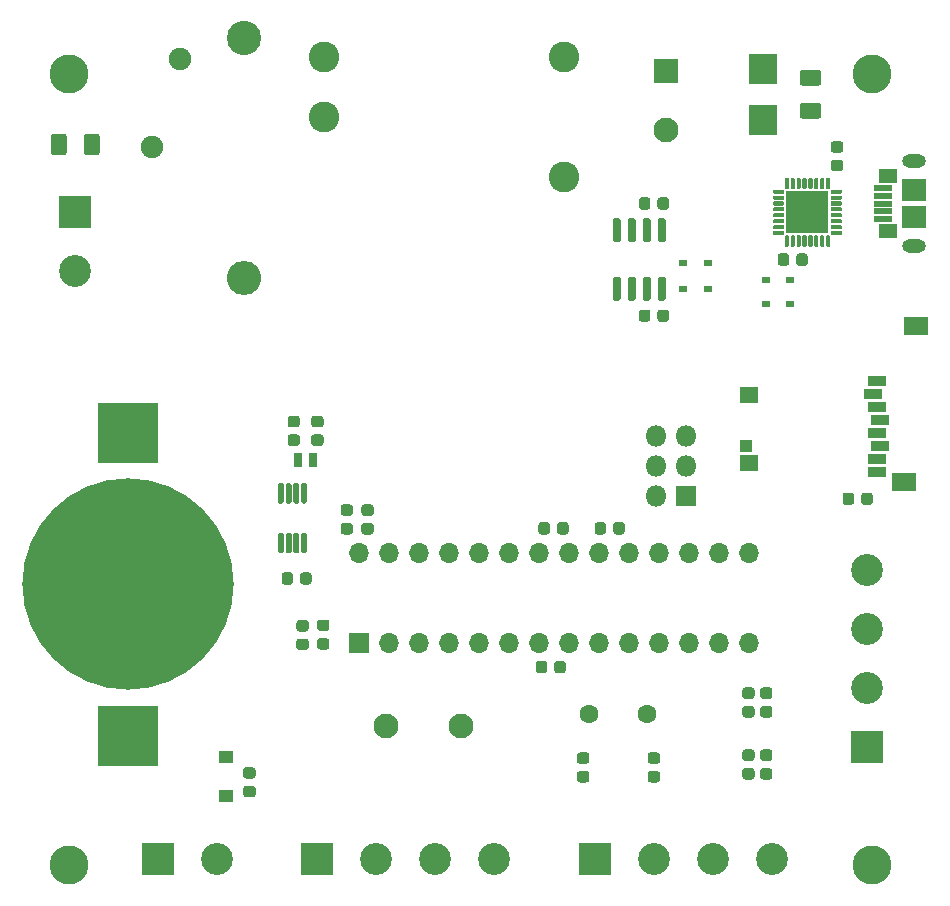
<source format=gbr>
%TF.GenerationSoftware,KiCad,Pcbnew,(5.1.6)-1*%
%TF.CreationDate,2021-11-18T16:20:29-08:00*%
%TF.ProjectId,well-monitor,77656c6c-2d6d-46f6-9e69-746f722e6b69,rev?*%
%TF.SameCoordinates,Original*%
%TF.FileFunction,Soldermask,Top*%
%TF.FilePolarity,Negative*%
%FSLAX46Y46*%
G04 Gerber Fmt 4.6, Leading zero omitted, Abs format (unit mm)*
G04 Created by KiCad (PCBNEW (5.1.6)-1) date 2021-11-18 16:20:29*
%MOMM*%
%LPD*%
G01*
G04 APERTURE LIST*
%ADD10O,2.900000X2.900000*%
%ADD11C,2.900000*%
%ADD12R,0.700000X0.550000*%
%ADD13C,3.300000*%
%ADD14R,1.550000X1.250000*%
%ADD15O,2.000000X1.150000*%
%ADD16R,2.000000X1.850000*%
%ADD17R,1.500000X0.500000*%
%ADD18C,2.700000*%
%ADD19R,2.700000X2.700000*%
%ADD20C,17.900000*%
%ADD21R,5.200000X5.200000*%
%ADD22C,1.900000*%
%ADD23R,2.400000X2.600000*%
%ADD24C,2.100000*%
%ADD25R,2.100000X2.100000*%
%ADD26C,1.600000*%
%ADD27R,0.700000X1.300000*%
%ADD28R,3.550000X3.550000*%
%ADD29C,2.600000*%
%ADD30R,1.598600X0.912800*%
%ADD31R,1.039800X1.090600*%
%ADD32R,1.497000X1.395400*%
%ADD33R,2.005000X1.497000*%
%ADD34O,1.800000X1.800000*%
%ADD35R,1.800000X1.800000*%
%ADD36R,1.300000X1.000000*%
%ADD37O,1.700000X1.700000*%
%ADD38R,1.700000X1.700000*%
G04 APERTURE END LIST*
%TO.C,R7*%
G36*
G01*
X158718750Y-107800000D02*
X159281250Y-107800000D01*
G75*
G02*
X159525000Y-108043750I0J-243750D01*
G01*
X159525000Y-108531250D01*
G75*
G02*
X159281250Y-108775000I-243750J0D01*
G01*
X158718750Y-108775000D01*
G75*
G02*
X158475000Y-108531250I0J243750D01*
G01*
X158475000Y-108043750D01*
G75*
G02*
X158718750Y-107800000I243750J0D01*
G01*
G37*
G36*
G01*
X158718750Y-106225000D02*
X159281250Y-106225000D01*
G75*
G02*
X159525000Y-106468750I0J-243750D01*
G01*
X159525000Y-106956250D01*
G75*
G02*
X159281250Y-107200000I-243750J0D01*
G01*
X158718750Y-107200000D01*
G75*
G02*
X158475000Y-106956250I0J243750D01*
G01*
X158475000Y-106468750D01*
G75*
G02*
X158718750Y-106225000I243750J0D01*
G01*
G37*
%TD*%
%TO.C,D8*%
G36*
G01*
X157781250Y-107200000D02*
X157218750Y-107200000D01*
G75*
G02*
X156975000Y-106956250I0J243750D01*
G01*
X156975000Y-106468750D01*
G75*
G02*
X157218750Y-106225000I243750J0D01*
G01*
X157781250Y-106225000D01*
G75*
G02*
X158025000Y-106468750I0J-243750D01*
G01*
X158025000Y-106956250D01*
G75*
G02*
X157781250Y-107200000I-243750J0D01*
G01*
G37*
G36*
G01*
X157781250Y-108775000D02*
X157218750Y-108775000D01*
G75*
G02*
X156975000Y-108531250I0J243750D01*
G01*
X156975000Y-108043750D01*
G75*
G02*
X157218750Y-107800000I243750J0D01*
G01*
X157781250Y-107800000D01*
G75*
G02*
X158025000Y-108043750I0J-243750D01*
G01*
X158025000Y-108531250D01*
G75*
G02*
X157781250Y-108775000I-243750J0D01*
G01*
G37*
%TD*%
D10*
%TO.C,R6*%
X114750000Y-66320000D03*
D11*
X114750000Y-46000000D03*
%TD*%
%TO.C,U5*%
G36*
G01*
X119747512Y-87900000D02*
X119997512Y-87900000D01*
G75*
G02*
X120122512Y-88025000I0J-125000D01*
G01*
X120122512Y-89500000D01*
G75*
G02*
X119997512Y-89625000I-125000J0D01*
G01*
X119747512Y-89625000D01*
G75*
G02*
X119622512Y-89500000I0J125000D01*
G01*
X119622512Y-88025000D01*
G75*
G02*
X119747512Y-87900000I125000J0D01*
G01*
G37*
G36*
G01*
X119097512Y-87900000D02*
X119347512Y-87900000D01*
G75*
G02*
X119472512Y-88025000I0J-125000D01*
G01*
X119472512Y-89500000D01*
G75*
G02*
X119347512Y-89625000I-125000J0D01*
G01*
X119097512Y-89625000D01*
G75*
G02*
X118972512Y-89500000I0J125000D01*
G01*
X118972512Y-88025000D01*
G75*
G02*
X119097512Y-87900000I125000J0D01*
G01*
G37*
G36*
G01*
X118447512Y-87900000D02*
X118697512Y-87900000D01*
G75*
G02*
X118822512Y-88025000I0J-125000D01*
G01*
X118822512Y-89500000D01*
G75*
G02*
X118697512Y-89625000I-125000J0D01*
G01*
X118447512Y-89625000D01*
G75*
G02*
X118322512Y-89500000I0J125000D01*
G01*
X118322512Y-88025000D01*
G75*
G02*
X118447512Y-87900000I125000J0D01*
G01*
G37*
G36*
G01*
X117797512Y-87900000D02*
X118047512Y-87900000D01*
G75*
G02*
X118172512Y-88025000I0J-125000D01*
G01*
X118172512Y-89500000D01*
G75*
G02*
X118047512Y-89625000I-125000J0D01*
G01*
X117797512Y-89625000D01*
G75*
G02*
X117672512Y-89500000I0J125000D01*
G01*
X117672512Y-88025000D01*
G75*
G02*
X117797512Y-87900000I125000J0D01*
G01*
G37*
G36*
G01*
X117797512Y-83675000D02*
X118047512Y-83675000D01*
G75*
G02*
X118172512Y-83800000I0J-125000D01*
G01*
X118172512Y-85275000D01*
G75*
G02*
X118047512Y-85400000I-125000J0D01*
G01*
X117797512Y-85400000D01*
G75*
G02*
X117672512Y-85275000I0J125000D01*
G01*
X117672512Y-83800000D01*
G75*
G02*
X117797512Y-83675000I125000J0D01*
G01*
G37*
G36*
G01*
X118447512Y-83675000D02*
X118697512Y-83675000D01*
G75*
G02*
X118822512Y-83800000I0J-125000D01*
G01*
X118822512Y-85275000D01*
G75*
G02*
X118697512Y-85400000I-125000J0D01*
G01*
X118447512Y-85400000D01*
G75*
G02*
X118322512Y-85275000I0J125000D01*
G01*
X118322512Y-83800000D01*
G75*
G02*
X118447512Y-83675000I125000J0D01*
G01*
G37*
G36*
G01*
X119097512Y-83675000D02*
X119347512Y-83675000D01*
G75*
G02*
X119472512Y-83800000I0J-125000D01*
G01*
X119472512Y-85275000D01*
G75*
G02*
X119347512Y-85400000I-125000J0D01*
G01*
X119097512Y-85400000D01*
G75*
G02*
X118972512Y-85275000I0J125000D01*
G01*
X118972512Y-83800000D01*
G75*
G02*
X119097512Y-83675000I125000J0D01*
G01*
G37*
G36*
G01*
X119747512Y-83675000D02*
X119997512Y-83675000D01*
G75*
G02*
X120122512Y-83800000I0J-125000D01*
G01*
X120122512Y-85275000D01*
G75*
G02*
X119997512Y-85400000I-125000J0D01*
G01*
X119747512Y-85400000D01*
G75*
G02*
X119622512Y-85275000I0J125000D01*
G01*
X119622512Y-83800000D01*
G75*
G02*
X119747512Y-83675000I125000J0D01*
G01*
G37*
%TD*%
D12*
%TO.C,D7*%
X161050000Y-66500000D03*
X158950000Y-66500000D03*
%TD*%
%TO.C,D6*%
X161050000Y-68500000D03*
X158950000Y-68500000D03*
%TD*%
%TO.C,C15*%
G36*
G01*
X162095000Y-51475000D02*
X163405000Y-51475000D01*
G75*
G02*
X163675000Y-51745000I0J-270000D01*
G01*
X163675000Y-52555000D01*
G75*
G02*
X163405000Y-52825000I-270000J0D01*
G01*
X162095000Y-52825000D01*
G75*
G02*
X161825000Y-52555000I0J270000D01*
G01*
X161825000Y-51745000D01*
G75*
G02*
X162095000Y-51475000I270000J0D01*
G01*
G37*
G36*
G01*
X162095000Y-48675000D02*
X163405000Y-48675000D01*
G75*
G02*
X163675000Y-48945000I0J-270000D01*
G01*
X163675000Y-49755000D01*
G75*
G02*
X163405000Y-50025000I-270000J0D01*
G01*
X162095000Y-50025000D01*
G75*
G02*
X161825000Y-49755000I0J270000D01*
G01*
X161825000Y-48945000D01*
G75*
G02*
X162095000Y-48675000I270000J0D01*
G01*
G37*
%TD*%
D13*
%TO.C,H4*%
X100000000Y-116000000D03*
%TD*%
%TO.C,H3*%
X168000000Y-116000000D03*
%TD*%
%TO.C,H2*%
X168000000Y-49000000D03*
%TD*%
%TO.C,H1*%
X100000000Y-49000000D03*
%TD*%
D14*
%TO.C,J6*%
X169320000Y-62320000D03*
X169320000Y-57680000D03*
D15*
X171550000Y-56425000D03*
X171550000Y-63575000D03*
D16*
X171550000Y-61125000D03*
D17*
X168900000Y-60000000D03*
X168900000Y-59350000D03*
X168900000Y-58700000D03*
X168900000Y-61300000D03*
X168900000Y-60650000D03*
D16*
X171550000Y-58875000D03*
%TD*%
D18*
%TO.C,J8*%
X112500000Y-115500000D03*
D19*
X107500000Y-115500000D03*
%TD*%
D18*
%TO.C,J5*%
X100500000Y-65750000D03*
D19*
X100500000Y-60750000D03*
%TD*%
D18*
%TO.C,J3*%
X159500000Y-115500000D03*
X154500000Y-115500000D03*
X149500000Y-115500000D03*
D19*
X144500000Y-115500000D03*
%TD*%
D18*
%TO.C,J2*%
X136000000Y-115500000D03*
X131000000Y-115500000D03*
X126000000Y-115500000D03*
D19*
X121000000Y-115500000D03*
%TD*%
D18*
%TO.C,J1*%
X167500000Y-91000000D03*
X167500000Y-96000000D03*
X167500000Y-101000000D03*
D19*
X167500000Y-106000000D03*
%TD*%
D20*
%TO.C,BT1*%
X105000000Y-92250000D03*
D21*
X105000000Y-105050000D03*
X105000000Y-79450000D03*
%TD*%
D22*
%TO.C,RV1*%
X109400000Y-47750000D03*
X107000000Y-55250000D03*
%TD*%
D23*
%TO.C,D5*%
X158750000Y-52900000D03*
X158750000Y-48600000D03*
%TD*%
D24*
%TO.C,C16*%
X150500000Y-53750000D03*
D25*
X150500000Y-48750000D03*
%TD*%
D26*
%TO.C,Y2*%
X148880000Y-103250000D03*
X144000000Y-103250000D03*
%TD*%
D27*
%TO.C,Y1*%
X119400000Y-81750000D03*
X120600000Y-81750000D03*
%TD*%
%TO.C,U4*%
G36*
G01*
X149980000Y-66200000D02*
X150330000Y-66200000D01*
G75*
G02*
X150505000Y-66375000I0J-175000D01*
G01*
X150505000Y-68075000D01*
G75*
G02*
X150330000Y-68250000I-175000J0D01*
G01*
X149980000Y-68250000D01*
G75*
G02*
X149805000Y-68075000I0J175000D01*
G01*
X149805000Y-66375000D01*
G75*
G02*
X149980000Y-66200000I175000J0D01*
G01*
G37*
G36*
G01*
X148710000Y-66200000D02*
X149060000Y-66200000D01*
G75*
G02*
X149235000Y-66375000I0J-175000D01*
G01*
X149235000Y-68075000D01*
G75*
G02*
X149060000Y-68250000I-175000J0D01*
G01*
X148710000Y-68250000D01*
G75*
G02*
X148535000Y-68075000I0J175000D01*
G01*
X148535000Y-66375000D01*
G75*
G02*
X148710000Y-66200000I175000J0D01*
G01*
G37*
G36*
G01*
X147440000Y-66200000D02*
X147790000Y-66200000D01*
G75*
G02*
X147965000Y-66375000I0J-175000D01*
G01*
X147965000Y-68075000D01*
G75*
G02*
X147790000Y-68250000I-175000J0D01*
G01*
X147440000Y-68250000D01*
G75*
G02*
X147265000Y-68075000I0J175000D01*
G01*
X147265000Y-66375000D01*
G75*
G02*
X147440000Y-66200000I175000J0D01*
G01*
G37*
G36*
G01*
X146170000Y-66200000D02*
X146520000Y-66200000D01*
G75*
G02*
X146695000Y-66375000I0J-175000D01*
G01*
X146695000Y-68075000D01*
G75*
G02*
X146520000Y-68250000I-175000J0D01*
G01*
X146170000Y-68250000D01*
G75*
G02*
X145995000Y-68075000I0J175000D01*
G01*
X145995000Y-66375000D01*
G75*
G02*
X146170000Y-66200000I175000J0D01*
G01*
G37*
G36*
G01*
X146170000Y-61250000D02*
X146520000Y-61250000D01*
G75*
G02*
X146695000Y-61425000I0J-175000D01*
G01*
X146695000Y-63125000D01*
G75*
G02*
X146520000Y-63300000I-175000J0D01*
G01*
X146170000Y-63300000D01*
G75*
G02*
X145995000Y-63125000I0J175000D01*
G01*
X145995000Y-61425000D01*
G75*
G02*
X146170000Y-61250000I175000J0D01*
G01*
G37*
G36*
G01*
X147440000Y-61250000D02*
X147790000Y-61250000D01*
G75*
G02*
X147965000Y-61425000I0J-175000D01*
G01*
X147965000Y-63125000D01*
G75*
G02*
X147790000Y-63300000I-175000J0D01*
G01*
X147440000Y-63300000D01*
G75*
G02*
X147265000Y-63125000I0J175000D01*
G01*
X147265000Y-61425000D01*
G75*
G02*
X147440000Y-61250000I175000J0D01*
G01*
G37*
G36*
G01*
X148710000Y-61250000D02*
X149060000Y-61250000D01*
G75*
G02*
X149235000Y-61425000I0J-175000D01*
G01*
X149235000Y-63125000D01*
G75*
G02*
X149060000Y-63300000I-175000J0D01*
G01*
X148710000Y-63300000D01*
G75*
G02*
X148535000Y-63125000I0J175000D01*
G01*
X148535000Y-61425000D01*
G75*
G02*
X148710000Y-61250000I175000J0D01*
G01*
G37*
G36*
G01*
X149980000Y-61250000D02*
X150330000Y-61250000D01*
G75*
G02*
X150505000Y-61425000I0J-175000D01*
G01*
X150505000Y-63125000D01*
G75*
G02*
X150330000Y-63300000I-175000J0D01*
G01*
X149980000Y-63300000D01*
G75*
G02*
X149805000Y-63125000I0J175000D01*
G01*
X149805000Y-61425000D01*
G75*
G02*
X149980000Y-61250000I175000J0D01*
G01*
G37*
%TD*%
D28*
%TO.C,U3*%
X162500000Y-60750000D03*
G36*
G01*
X160462500Y-62675000D02*
X159662500Y-62675000D01*
G75*
G02*
X159575000Y-62587500I0J87500D01*
G01*
X159575000Y-62412500D01*
G75*
G02*
X159662500Y-62325000I87500J0D01*
G01*
X160462500Y-62325000D01*
G75*
G02*
X160550000Y-62412500I0J-87500D01*
G01*
X160550000Y-62587500D01*
G75*
G02*
X160462500Y-62675000I-87500J0D01*
G01*
G37*
G36*
G01*
X160462500Y-62175000D02*
X159662500Y-62175000D01*
G75*
G02*
X159575000Y-62087500I0J87500D01*
G01*
X159575000Y-61912500D01*
G75*
G02*
X159662500Y-61825000I87500J0D01*
G01*
X160462500Y-61825000D01*
G75*
G02*
X160550000Y-61912500I0J-87500D01*
G01*
X160550000Y-62087500D01*
G75*
G02*
X160462500Y-62175000I-87500J0D01*
G01*
G37*
G36*
G01*
X160462500Y-61675000D02*
X159662500Y-61675000D01*
G75*
G02*
X159575000Y-61587500I0J87500D01*
G01*
X159575000Y-61412500D01*
G75*
G02*
X159662500Y-61325000I87500J0D01*
G01*
X160462500Y-61325000D01*
G75*
G02*
X160550000Y-61412500I0J-87500D01*
G01*
X160550000Y-61587500D01*
G75*
G02*
X160462500Y-61675000I-87500J0D01*
G01*
G37*
G36*
G01*
X160462500Y-61175000D02*
X159662500Y-61175000D01*
G75*
G02*
X159575000Y-61087500I0J87500D01*
G01*
X159575000Y-60912500D01*
G75*
G02*
X159662500Y-60825000I87500J0D01*
G01*
X160462500Y-60825000D01*
G75*
G02*
X160550000Y-60912500I0J-87500D01*
G01*
X160550000Y-61087500D01*
G75*
G02*
X160462500Y-61175000I-87500J0D01*
G01*
G37*
G36*
G01*
X160462500Y-60675000D02*
X159662500Y-60675000D01*
G75*
G02*
X159575000Y-60587500I0J87500D01*
G01*
X159575000Y-60412500D01*
G75*
G02*
X159662500Y-60325000I87500J0D01*
G01*
X160462500Y-60325000D01*
G75*
G02*
X160550000Y-60412500I0J-87500D01*
G01*
X160550000Y-60587500D01*
G75*
G02*
X160462500Y-60675000I-87500J0D01*
G01*
G37*
G36*
G01*
X160462500Y-60175000D02*
X159662500Y-60175000D01*
G75*
G02*
X159575000Y-60087500I0J87500D01*
G01*
X159575000Y-59912500D01*
G75*
G02*
X159662500Y-59825000I87500J0D01*
G01*
X160462500Y-59825000D01*
G75*
G02*
X160550000Y-59912500I0J-87500D01*
G01*
X160550000Y-60087500D01*
G75*
G02*
X160462500Y-60175000I-87500J0D01*
G01*
G37*
G36*
G01*
X160462500Y-59675000D02*
X159662500Y-59675000D01*
G75*
G02*
X159575000Y-59587500I0J87500D01*
G01*
X159575000Y-59412500D01*
G75*
G02*
X159662500Y-59325000I87500J0D01*
G01*
X160462500Y-59325000D01*
G75*
G02*
X160550000Y-59412500I0J-87500D01*
G01*
X160550000Y-59587500D01*
G75*
G02*
X160462500Y-59675000I-87500J0D01*
G01*
G37*
G36*
G01*
X160462500Y-59175000D02*
X159662500Y-59175000D01*
G75*
G02*
X159575000Y-59087500I0J87500D01*
G01*
X159575000Y-58912500D01*
G75*
G02*
X159662500Y-58825000I87500J0D01*
G01*
X160462500Y-58825000D01*
G75*
G02*
X160550000Y-58912500I0J-87500D01*
G01*
X160550000Y-59087500D01*
G75*
G02*
X160462500Y-59175000I-87500J0D01*
G01*
G37*
G36*
G01*
X160837500Y-58800000D02*
X160662500Y-58800000D01*
G75*
G02*
X160575000Y-58712500I0J87500D01*
G01*
X160575000Y-57912500D01*
G75*
G02*
X160662500Y-57825000I87500J0D01*
G01*
X160837500Y-57825000D01*
G75*
G02*
X160925000Y-57912500I0J-87500D01*
G01*
X160925000Y-58712500D01*
G75*
G02*
X160837500Y-58800000I-87500J0D01*
G01*
G37*
G36*
G01*
X161337500Y-58800000D02*
X161162500Y-58800000D01*
G75*
G02*
X161075000Y-58712500I0J87500D01*
G01*
X161075000Y-57912500D01*
G75*
G02*
X161162500Y-57825000I87500J0D01*
G01*
X161337500Y-57825000D01*
G75*
G02*
X161425000Y-57912500I0J-87500D01*
G01*
X161425000Y-58712500D01*
G75*
G02*
X161337500Y-58800000I-87500J0D01*
G01*
G37*
G36*
G01*
X161837500Y-58800000D02*
X161662500Y-58800000D01*
G75*
G02*
X161575000Y-58712500I0J87500D01*
G01*
X161575000Y-57912500D01*
G75*
G02*
X161662500Y-57825000I87500J0D01*
G01*
X161837500Y-57825000D01*
G75*
G02*
X161925000Y-57912500I0J-87500D01*
G01*
X161925000Y-58712500D01*
G75*
G02*
X161837500Y-58800000I-87500J0D01*
G01*
G37*
G36*
G01*
X162337500Y-58800000D02*
X162162500Y-58800000D01*
G75*
G02*
X162075000Y-58712500I0J87500D01*
G01*
X162075000Y-57912500D01*
G75*
G02*
X162162500Y-57825000I87500J0D01*
G01*
X162337500Y-57825000D01*
G75*
G02*
X162425000Y-57912500I0J-87500D01*
G01*
X162425000Y-58712500D01*
G75*
G02*
X162337500Y-58800000I-87500J0D01*
G01*
G37*
G36*
G01*
X162837500Y-58800000D02*
X162662500Y-58800000D01*
G75*
G02*
X162575000Y-58712500I0J87500D01*
G01*
X162575000Y-57912500D01*
G75*
G02*
X162662500Y-57825000I87500J0D01*
G01*
X162837500Y-57825000D01*
G75*
G02*
X162925000Y-57912500I0J-87500D01*
G01*
X162925000Y-58712500D01*
G75*
G02*
X162837500Y-58800000I-87500J0D01*
G01*
G37*
G36*
G01*
X163337500Y-58800000D02*
X163162500Y-58800000D01*
G75*
G02*
X163075000Y-58712500I0J87500D01*
G01*
X163075000Y-57912500D01*
G75*
G02*
X163162500Y-57825000I87500J0D01*
G01*
X163337500Y-57825000D01*
G75*
G02*
X163425000Y-57912500I0J-87500D01*
G01*
X163425000Y-58712500D01*
G75*
G02*
X163337500Y-58800000I-87500J0D01*
G01*
G37*
G36*
G01*
X163837500Y-58800000D02*
X163662500Y-58800000D01*
G75*
G02*
X163575000Y-58712500I0J87500D01*
G01*
X163575000Y-57912500D01*
G75*
G02*
X163662500Y-57825000I87500J0D01*
G01*
X163837500Y-57825000D01*
G75*
G02*
X163925000Y-57912500I0J-87500D01*
G01*
X163925000Y-58712500D01*
G75*
G02*
X163837500Y-58800000I-87500J0D01*
G01*
G37*
G36*
G01*
X164337500Y-58800000D02*
X164162500Y-58800000D01*
G75*
G02*
X164075000Y-58712500I0J87500D01*
G01*
X164075000Y-57912500D01*
G75*
G02*
X164162500Y-57825000I87500J0D01*
G01*
X164337500Y-57825000D01*
G75*
G02*
X164425000Y-57912500I0J-87500D01*
G01*
X164425000Y-58712500D01*
G75*
G02*
X164337500Y-58800000I-87500J0D01*
G01*
G37*
G36*
G01*
X165337500Y-59175000D02*
X164537500Y-59175000D01*
G75*
G02*
X164450000Y-59087500I0J87500D01*
G01*
X164450000Y-58912500D01*
G75*
G02*
X164537500Y-58825000I87500J0D01*
G01*
X165337500Y-58825000D01*
G75*
G02*
X165425000Y-58912500I0J-87500D01*
G01*
X165425000Y-59087500D01*
G75*
G02*
X165337500Y-59175000I-87500J0D01*
G01*
G37*
G36*
G01*
X165337500Y-59675000D02*
X164537500Y-59675000D01*
G75*
G02*
X164450000Y-59587500I0J87500D01*
G01*
X164450000Y-59412500D01*
G75*
G02*
X164537500Y-59325000I87500J0D01*
G01*
X165337500Y-59325000D01*
G75*
G02*
X165425000Y-59412500I0J-87500D01*
G01*
X165425000Y-59587500D01*
G75*
G02*
X165337500Y-59675000I-87500J0D01*
G01*
G37*
G36*
G01*
X165337500Y-60175000D02*
X164537500Y-60175000D01*
G75*
G02*
X164450000Y-60087500I0J87500D01*
G01*
X164450000Y-59912500D01*
G75*
G02*
X164537500Y-59825000I87500J0D01*
G01*
X165337500Y-59825000D01*
G75*
G02*
X165425000Y-59912500I0J-87500D01*
G01*
X165425000Y-60087500D01*
G75*
G02*
X165337500Y-60175000I-87500J0D01*
G01*
G37*
G36*
G01*
X165337500Y-60675000D02*
X164537500Y-60675000D01*
G75*
G02*
X164450000Y-60587500I0J87500D01*
G01*
X164450000Y-60412500D01*
G75*
G02*
X164537500Y-60325000I87500J0D01*
G01*
X165337500Y-60325000D01*
G75*
G02*
X165425000Y-60412500I0J-87500D01*
G01*
X165425000Y-60587500D01*
G75*
G02*
X165337500Y-60675000I-87500J0D01*
G01*
G37*
G36*
G01*
X165337500Y-61175000D02*
X164537500Y-61175000D01*
G75*
G02*
X164450000Y-61087500I0J87500D01*
G01*
X164450000Y-60912500D01*
G75*
G02*
X164537500Y-60825000I87500J0D01*
G01*
X165337500Y-60825000D01*
G75*
G02*
X165425000Y-60912500I0J-87500D01*
G01*
X165425000Y-61087500D01*
G75*
G02*
X165337500Y-61175000I-87500J0D01*
G01*
G37*
G36*
G01*
X165337500Y-61675000D02*
X164537500Y-61675000D01*
G75*
G02*
X164450000Y-61587500I0J87500D01*
G01*
X164450000Y-61412500D01*
G75*
G02*
X164537500Y-61325000I87500J0D01*
G01*
X165337500Y-61325000D01*
G75*
G02*
X165425000Y-61412500I0J-87500D01*
G01*
X165425000Y-61587500D01*
G75*
G02*
X165337500Y-61675000I-87500J0D01*
G01*
G37*
G36*
G01*
X165337500Y-62175000D02*
X164537500Y-62175000D01*
G75*
G02*
X164450000Y-62087500I0J87500D01*
G01*
X164450000Y-61912500D01*
G75*
G02*
X164537500Y-61825000I87500J0D01*
G01*
X165337500Y-61825000D01*
G75*
G02*
X165425000Y-61912500I0J-87500D01*
G01*
X165425000Y-62087500D01*
G75*
G02*
X165337500Y-62175000I-87500J0D01*
G01*
G37*
G36*
G01*
X165337500Y-62675000D02*
X164537500Y-62675000D01*
G75*
G02*
X164450000Y-62587500I0J87500D01*
G01*
X164450000Y-62412500D01*
G75*
G02*
X164537500Y-62325000I87500J0D01*
G01*
X165337500Y-62325000D01*
G75*
G02*
X165425000Y-62412500I0J-87500D01*
G01*
X165425000Y-62587500D01*
G75*
G02*
X165337500Y-62675000I-87500J0D01*
G01*
G37*
G36*
G01*
X164337500Y-63675000D02*
X164162500Y-63675000D01*
G75*
G02*
X164075000Y-63587500I0J87500D01*
G01*
X164075000Y-62787500D01*
G75*
G02*
X164162500Y-62700000I87500J0D01*
G01*
X164337500Y-62700000D01*
G75*
G02*
X164425000Y-62787500I0J-87500D01*
G01*
X164425000Y-63587500D01*
G75*
G02*
X164337500Y-63675000I-87500J0D01*
G01*
G37*
G36*
G01*
X163837500Y-63675000D02*
X163662500Y-63675000D01*
G75*
G02*
X163575000Y-63587500I0J87500D01*
G01*
X163575000Y-62787500D01*
G75*
G02*
X163662500Y-62700000I87500J0D01*
G01*
X163837500Y-62700000D01*
G75*
G02*
X163925000Y-62787500I0J-87500D01*
G01*
X163925000Y-63587500D01*
G75*
G02*
X163837500Y-63675000I-87500J0D01*
G01*
G37*
G36*
G01*
X163337500Y-63675000D02*
X163162500Y-63675000D01*
G75*
G02*
X163075000Y-63587500I0J87500D01*
G01*
X163075000Y-62787500D01*
G75*
G02*
X163162500Y-62700000I87500J0D01*
G01*
X163337500Y-62700000D01*
G75*
G02*
X163425000Y-62787500I0J-87500D01*
G01*
X163425000Y-63587500D01*
G75*
G02*
X163337500Y-63675000I-87500J0D01*
G01*
G37*
G36*
G01*
X162837500Y-63675000D02*
X162662500Y-63675000D01*
G75*
G02*
X162575000Y-63587500I0J87500D01*
G01*
X162575000Y-62787500D01*
G75*
G02*
X162662500Y-62700000I87500J0D01*
G01*
X162837500Y-62700000D01*
G75*
G02*
X162925000Y-62787500I0J-87500D01*
G01*
X162925000Y-63587500D01*
G75*
G02*
X162837500Y-63675000I-87500J0D01*
G01*
G37*
G36*
G01*
X162337500Y-63675000D02*
X162162500Y-63675000D01*
G75*
G02*
X162075000Y-63587500I0J87500D01*
G01*
X162075000Y-62787500D01*
G75*
G02*
X162162500Y-62700000I87500J0D01*
G01*
X162337500Y-62700000D01*
G75*
G02*
X162425000Y-62787500I0J-87500D01*
G01*
X162425000Y-63587500D01*
G75*
G02*
X162337500Y-63675000I-87500J0D01*
G01*
G37*
G36*
G01*
X161837500Y-63675000D02*
X161662500Y-63675000D01*
G75*
G02*
X161575000Y-63587500I0J87500D01*
G01*
X161575000Y-62787500D01*
G75*
G02*
X161662500Y-62700000I87500J0D01*
G01*
X161837500Y-62700000D01*
G75*
G02*
X161925000Y-62787500I0J-87500D01*
G01*
X161925000Y-63587500D01*
G75*
G02*
X161837500Y-63675000I-87500J0D01*
G01*
G37*
G36*
G01*
X161337500Y-63675000D02*
X161162500Y-63675000D01*
G75*
G02*
X161075000Y-63587500I0J87500D01*
G01*
X161075000Y-62787500D01*
G75*
G02*
X161162500Y-62700000I87500J0D01*
G01*
X161337500Y-62700000D01*
G75*
G02*
X161425000Y-62787500I0J-87500D01*
G01*
X161425000Y-63587500D01*
G75*
G02*
X161337500Y-63675000I-87500J0D01*
G01*
G37*
G36*
G01*
X160837500Y-63675000D02*
X160662500Y-63675000D01*
G75*
G02*
X160575000Y-63587500I0J87500D01*
G01*
X160575000Y-62787500D01*
G75*
G02*
X160662500Y-62700000I87500J0D01*
G01*
X160837500Y-62700000D01*
G75*
G02*
X160925000Y-62787500I0J-87500D01*
G01*
X160925000Y-63587500D01*
G75*
G02*
X160837500Y-63675000I-87500J0D01*
G01*
G37*
%TD*%
D29*
%TO.C,U2*%
X141910000Y-47590000D03*
X121590000Y-52670000D03*
X121590000Y-47590000D03*
X141910000Y-57750000D03*
%TD*%
D24*
%TO.C,SW1*%
X133200000Y-104250000D03*
X126800000Y-104250000D03*
%TD*%
%TO.C,R5*%
G36*
G01*
X158718750Y-102550000D02*
X159281250Y-102550000D01*
G75*
G02*
X159525000Y-102793750I0J-243750D01*
G01*
X159525000Y-103281250D01*
G75*
G02*
X159281250Y-103525000I-243750J0D01*
G01*
X158718750Y-103525000D01*
G75*
G02*
X158475000Y-103281250I0J243750D01*
G01*
X158475000Y-102793750D01*
G75*
G02*
X158718750Y-102550000I243750J0D01*
G01*
G37*
G36*
G01*
X158718750Y-100975000D02*
X159281250Y-100975000D01*
G75*
G02*
X159525000Y-101218750I0J-243750D01*
G01*
X159525000Y-101706250D01*
G75*
G02*
X159281250Y-101950000I-243750J0D01*
G01*
X158718750Y-101950000D01*
G75*
G02*
X158475000Y-101706250I0J243750D01*
G01*
X158475000Y-101218750D01*
G75*
G02*
X158718750Y-100975000I243750J0D01*
G01*
G37*
%TD*%
%TO.C,R4*%
G36*
G01*
X123218750Y-87050000D02*
X123781250Y-87050000D01*
G75*
G02*
X124025000Y-87293750I0J-243750D01*
G01*
X124025000Y-87781250D01*
G75*
G02*
X123781250Y-88025000I-243750J0D01*
G01*
X123218750Y-88025000D01*
G75*
G02*
X122975000Y-87781250I0J243750D01*
G01*
X122975000Y-87293750D01*
G75*
G02*
X123218750Y-87050000I243750J0D01*
G01*
G37*
G36*
G01*
X123218750Y-85475000D02*
X123781250Y-85475000D01*
G75*
G02*
X124025000Y-85718750I0J-243750D01*
G01*
X124025000Y-86206250D01*
G75*
G02*
X123781250Y-86450000I-243750J0D01*
G01*
X123218750Y-86450000D01*
G75*
G02*
X122975000Y-86206250I0J243750D01*
G01*
X122975000Y-85718750D01*
G75*
G02*
X123218750Y-85475000I243750J0D01*
G01*
G37*
%TD*%
%TO.C,R3*%
G36*
G01*
X125531250Y-86450000D02*
X124968750Y-86450000D01*
G75*
G02*
X124725000Y-86206250I0J243750D01*
G01*
X124725000Y-85718750D01*
G75*
G02*
X124968750Y-85475000I243750J0D01*
G01*
X125531250Y-85475000D01*
G75*
G02*
X125775000Y-85718750I0J-243750D01*
G01*
X125775000Y-86206250D01*
G75*
G02*
X125531250Y-86450000I-243750J0D01*
G01*
G37*
G36*
G01*
X125531250Y-88025000D02*
X124968750Y-88025000D01*
G75*
G02*
X124725000Y-87781250I0J243750D01*
G01*
X124725000Y-87293750D01*
G75*
G02*
X124968750Y-87050000I243750J0D01*
G01*
X125531250Y-87050000D01*
G75*
G02*
X125775000Y-87293750I0J-243750D01*
G01*
X125775000Y-87781250D01*
G75*
G02*
X125531250Y-88025000I-243750J0D01*
G01*
G37*
%TD*%
%TO.C,R2*%
G36*
G01*
X119468750Y-96837500D02*
X120031250Y-96837500D01*
G75*
G02*
X120275000Y-97081250I0J-243750D01*
G01*
X120275000Y-97568750D01*
G75*
G02*
X120031250Y-97812500I-243750J0D01*
G01*
X119468750Y-97812500D01*
G75*
G02*
X119225000Y-97568750I0J243750D01*
G01*
X119225000Y-97081250D01*
G75*
G02*
X119468750Y-96837500I243750J0D01*
G01*
G37*
G36*
G01*
X119468750Y-95262500D02*
X120031250Y-95262500D01*
G75*
G02*
X120275000Y-95506250I0J-243750D01*
G01*
X120275000Y-95993750D01*
G75*
G02*
X120031250Y-96237500I-243750J0D01*
G01*
X119468750Y-96237500D01*
G75*
G02*
X119225000Y-95993750I0J243750D01*
G01*
X119225000Y-95506250D01*
G75*
G02*
X119468750Y-95262500I243750J0D01*
G01*
G37*
%TD*%
%TO.C,R1*%
G36*
G01*
X114968750Y-109300000D02*
X115531250Y-109300000D01*
G75*
G02*
X115775000Y-109543750I0J-243750D01*
G01*
X115775000Y-110031250D01*
G75*
G02*
X115531250Y-110275000I-243750J0D01*
G01*
X114968750Y-110275000D01*
G75*
G02*
X114725000Y-110031250I0J243750D01*
G01*
X114725000Y-109543750D01*
G75*
G02*
X114968750Y-109300000I243750J0D01*
G01*
G37*
G36*
G01*
X114968750Y-107725000D02*
X115531250Y-107725000D01*
G75*
G02*
X115775000Y-107968750I0J-243750D01*
G01*
X115775000Y-108456250D01*
G75*
G02*
X115531250Y-108700000I-243750J0D01*
G01*
X114968750Y-108700000D01*
G75*
G02*
X114725000Y-108456250I0J243750D01*
G01*
X114725000Y-107968750D01*
G75*
G02*
X114968750Y-107725000I243750J0D01*
G01*
G37*
%TD*%
D30*
%TO.C,J7*%
X168415400Y-75059999D03*
X168015401Y-76159999D03*
X168415400Y-77259999D03*
X168615400Y-78360000D03*
X168415400Y-79460000D03*
X168615400Y-80560000D03*
X168415400Y-81659884D03*
X168415400Y-82759884D03*
D31*
X157330401Y-80560064D03*
D32*
X157555400Y-81950000D03*
X157555400Y-76250000D03*
D33*
X170705401Y-83549999D03*
X171705402Y-70400001D03*
%TD*%
D34*
%TO.C,J4*%
X149710000Y-79670000D03*
X152250000Y-79670000D03*
X149710000Y-82210000D03*
X152250000Y-82210000D03*
X149710000Y-84750000D03*
D35*
X152250000Y-84750000D03*
%TD*%
%TO.C,F1*%
G36*
G01*
X99775000Y-54345000D02*
X99775000Y-55655000D01*
G75*
G02*
X99505000Y-55925000I-270000J0D01*
G01*
X98695000Y-55925000D01*
G75*
G02*
X98425000Y-55655000I0J270000D01*
G01*
X98425000Y-54345000D01*
G75*
G02*
X98695000Y-54075000I270000J0D01*
G01*
X99505000Y-54075000D01*
G75*
G02*
X99775000Y-54345000I0J-270000D01*
G01*
G37*
G36*
G01*
X102575000Y-54345000D02*
X102575000Y-55655000D01*
G75*
G02*
X102305000Y-55925000I-270000J0D01*
G01*
X101495000Y-55925000D01*
G75*
G02*
X101225000Y-55655000I0J270000D01*
G01*
X101225000Y-54345000D01*
G75*
G02*
X101495000Y-54075000I270000J0D01*
G01*
X102305000Y-54075000D01*
G75*
G02*
X102575000Y-54345000I0J-270000D01*
G01*
G37*
%TD*%
%TO.C,D4*%
G36*
G01*
X157781250Y-101950000D02*
X157218750Y-101950000D01*
G75*
G02*
X156975000Y-101706250I0J243750D01*
G01*
X156975000Y-101218750D01*
G75*
G02*
X157218750Y-100975000I243750J0D01*
G01*
X157781250Y-100975000D01*
G75*
G02*
X158025000Y-101218750I0J-243750D01*
G01*
X158025000Y-101706250D01*
G75*
G02*
X157781250Y-101950000I-243750J0D01*
G01*
G37*
G36*
G01*
X157781250Y-103525000D02*
X157218750Y-103525000D01*
G75*
G02*
X156975000Y-103281250I0J243750D01*
G01*
X156975000Y-102793750D01*
G75*
G02*
X157218750Y-102550000I243750J0D01*
G01*
X157781250Y-102550000D01*
G75*
G02*
X158025000Y-102793750I0J-243750D01*
G01*
X158025000Y-103281250D01*
G75*
G02*
X157781250Y-103525000I-243750J0D01*
G01*
G37*
%TD*%
D36*
%TO.C,D3*%
X113250000Y-106850000D03*
X113250000Y-110150000D03*
%TD*%
D12*
%TO.C,D2*%
X154050000Y-65000000D03*
X151950000Y-65000000D03*
%TD*%
%TO.C,D1*%
X154050000Y-67250000D03*
X151950000Y-67250000D03*
%TD*%
%TO.C,C14*%
G36*
G01*
X149218750Y-108050000D02*
X149781250Y-108050000D01*
G75*
G02*
X150025000Y-108293750I0J-243750D01*
G01*
X150025000Y-108781250D01*
G75*
G02*
X149781250Y-109025000I-243750J0D01*
G01*
X149218750Y-109025000D01*
G75*
G02*
X148975000Y-108781250I0J243750D01*
G01*
X148975000Y-108293750D01*
G75*
G02*
X149218750Y-108050000I243750J0D01*
G01*
G37*
G36*
G01*
X149218750Y-106475000D02*
X149781250Y-106475000D01*
G75*
G02*
X150025000Y-106718750I0J-243750D01*
G01*
X150025000Y-107206250D01*
G75*
G02*
X149781250Y-107450000I-243750J0D01*
G01*
X149218750Y-107450000D01*
G75*
G02*
X148975000Y-107206250I0J243750D01*
G01*
X148975000Y-106718750D01*
G75*
G02*
X149218750Y-106475000I243750J0D01*
G01*
G37*
%TD*%
%TO.C,C13*%
G36*
G01*
X143781250Y-107450000D02*
X143218750Y-107450000D01*
G75*
G02*
X142975000Y-107206250I0J243750D01*
G01*
X142975000Y-106718750D01*
G75*
G02*
X143218750Y-106475000I243750J0D01*
G01*
X143781250Y-106475000D01*
G75*
G02*
X144025000Y-106718750I0J-243750D01*
G01*
X144025000Y-107206250D01*
G75*
G02*
X143781250Y-107450000I-243750J0D01*
G01*
G37*
G36*
G01*
X143781250Y-109025000D02*
X143218750Y-109025000D01*
G75*
G02*
X142975000Y-108781250I0J243750D01*
G01*
X142975000Y-108293750D01*
G75*
G02*
X143218750Y-108050000I243750J0D01*
G01*
X143781250Y-108050000D01*
G75*
G02*
X144025000Y-108293750I0J-243750D01*
G01*
X144025000Y-108781250D01*
G75*
G02*
X143781250Y-109025000I-243750J0D01*
G01*
G37*
%TD*%
%TO.C,C12*%
G36*
G01*
X119550000Y-92031250D02*
X119550000Y-91468750D01*
G75*
G02*
X119793750Y-91225000I243750J0D01*
G01*
X120281250Y-91225000D01*
G75*
G02*
X120525000Y-91468750I0J-243750D01*
G01*
X120525000Y-92031250D01*
G75*
G02*
X120281250Y-92275000I-243750J0D01*
G01*
X119793750Y-92275000D01*
G75*
G02*
X119550000Y-92031250I0J243750D01*
G01*
G37*
G36*
G01*
X117975000Y-92031250D02*
X117975000Y-91468750D01*
G75*
G02*
X118218750Y-91225000I243750J0D01*
G01*
X118706250Y-91225000D01*
G75*
G02*
X118950000Y-91468750I0J-243750D01*
G01*
X118950000Y-92031250D01*
G75*
G02*
X118706250Y-92275000I-243750J0D01*
G01*
X118218750Y-92275000D01*
G75*
G02*
X117975000Y-92031250I0J243750D01*
G01*
G37*
%TD*%
%TO.C,C11*%
G36*
G01*
X146050000Y-87781250D02*
X146050000Y-87218750D01*
G75*
G02*
X146293750Y-86975000I243750J0D01*
G01*
X146781250Y-86975000D01*
G75*
G02*
X147025000Y-87218750I0J-243750D01*
G01*
X147025000Y-87781250D01*
G75*
G02*
X146781250Y-88025000I-243750J0D01*
G01*
X146293750Y-88025000D01*
G75*
G02*
X146050000Y-87781250I0J243750D01*
G01*
G37*
G36*
G01*
X144475000Y-87781250D02*
X144475000Y-87218750D01*
G75*
G02*
X144718750Y-86975000I243750J0D01*
G01*
X145206250Y-86975000D01*
G75*
G02*
X145450000Y-87218750I0J-243750D01*
G01*
X145450000Y-87781250D01*
G75*
G02*
X145206250Y-88025000I-243750J0D01*
G01*
X144718750Y-88025000D01*
G75*
G02*
X144475000Y-87781250I0J243750D01*
G01*
G37*
%TD*%
%TO.C,C10*%
G36*
G01*
X140450000Y-98968750D02*
X140450000Y-99531250D01*
G75*
G02*
X140206250Y-99775000I-243750J0D01*
G01*
X139718750Y-99775000D01*
G75*
G02*
X139475000Y-99531250I0J243750D01*
G01*
X139475000Y-98968750D01*
G75*
G02*
X139718750Y-98725000I243750J0D01*
G01*
X140206250Y-98725000D01*
G75*
G02*
X140450000Y-98968750I0J-243750D01*
G01*
G37*
G36*
G01*
X142025000Y-98968750D02*
X142025000Y-99531250D01*
G75*
G02*
X141781250Y-99775000I-243750J0D01*
G01*
X141293750Y-99775000D01*
G75*
G02*
X141050000Y-99531250I0J243750D01*
G01*
X141050000Y-98968750D01*
G75*
G02*
X141293750Y-98725000I243750J0D01*
G01*
X141781250Y-98725000D01*
G75*
G02*
X142025000Y-98968750I0J-243750D01*
G01*
G37*
%TD*%
%TO.C,C9*%
G36*
G01*
X160950000Y-64468750D02*
X160950000Y-65031250D01*
G75*
G02*
X160706250Y-65275000I-243750J0D01*
G01*
X160218750Y-65275000D01*
G75*
G02*
X159975000Y-65031250I0J243750D01*
G01*
X159975000Y-64468750D01*
G75*
G02*
X160218750Y-64225000I243750J0D01*
G01*
X160706250Y-64225000D01*
G75*
G02*
X160950000Y-64468750I0J-243750D01*
G01*
G37*
G36*
G01*
X162525000Y-64468750D02*
X162525000Y-65031250D01*
G75*
G02*
X162281250Y-65275000I-243750J0D01*
G01*
X161793750Y-65275000D01*
G75*
G02*
X161550000Y-65031250I0J243750D01*
G01*
X161550000Y-64468750D01*
G75*
G02*
X161793750Y-64225000I243750J0D01*
G01*
X162281250Y-64225000D01*
G75*
G02*
X162525000Y-64468750I0J-243750D01*
G01*
G37*
%TD*%
%TO.C,C8*%
G36*
G01*
X166450000Y-84718750D02*
X166450000Y-85281250D01*
G75*
G02*
X166206250Y-85525000I-243750J0D01*
G01*
X165718750Y-85525000D01*
G75*
G02*
X165475000Y-85281250I0J243750D01*
G01*
X165475000Y-84718750D01*
G75*
G02*
X165718750Y-84475000I243750J0D01*
G01*
X166206250Y-84475000D01*
G75*
G02*
X166450000Y-84718750I0J-243750D01*
G01*
G37*
G36*
G01*
X168025000Y-84718750D02*
X168025000Y-85281250D01*
G75*
G02*
X167781250Y-85525000I-243750J0D01*
G01*
X167293750Y-85525000D01*
G75*
G02*
X167050000Y-85281250I0J243750D01*
G01*
X167050000Y-84718750D01*
G75*
G02*
X167293750Y-84475000I243750J0D01*
G01*
X167781250Y-84475000D01*
G75*
G02*
X168025000Y-84718750I0J-243750D01*
G01*
G37*
%TD*%
%TO.C,C7*%
G36*
G01*
X141300000Y-87781250D02*
X141300000Y-87218750D01*
G75*
G02*
X141543750Y-86975000I243750J0D01*
G01*
X142031250Y-86975000D01*
G75*
G02*
X142275000Y-87218750I0J-243750D01*
G01*
X142275000Y-87781250D01*
G75*
G02*
X142031250Y-88025000I-243750J0D01*
G01*
X141543750Y-88025000D01*
G75*
G02*
X141300000Y-87781250I0J243750D01*
G01*
G37*
G36*
G01*
X139725000Y-87781250D02*
X139725000Y-87218750D01*
G75*
G02*
X139968750Y-86975000I243750J0D01*
G01*
X140456250Y-86975000D01*
G75*
G02*
X140700000Y-87218750I0J-243750D01*
G01*
X140700000Y-87781250D01*
G75*
G02*
X140456250Y-88025000I-243750J0D01*
G01*
X139968750Y-88025000D01*
G75*
G02*
X139725000Y-87781250I0J243750D01*
G01*
G37*
%TD*%
%TO.C,C6*%
G36*
G01*
X121218750Y-96800000D02*
X121781250Y-96800000D01*
G75*
G02*
X122025000Y-97043750I0J-243750D01*
G01*
X122025000Y-97531250D01*
G75*
G02*
X121781250Y-97775000I-243750J0D01*
G01*
X121218750Y-97775000D01*
G75*
G02*
X120975000Y-97531250I0J243750D01*
G01*
X120975000Y-97043750D01*
G75*
G02*
X121218750Y-96800000I243750J0D01*
G01*
G37*
G36*
G01*
X121218750Y-95225000D02*
X121781250Y-95225000D01*
G75*
G02*
X122025000Y-95468750I0J-243750D01*
G01*
X122025000Y-95956250D01*
G75*
G02*
X121781250Y-96200000I-243750J0D01*
G01*
X121218750Y-96200000D01*
G75*
G02*
X120975000Y-95956250I0J243750D01*
G01*
X120975000Y-95468750D01*
G75*
G02*
X121218750Y-95225000I243750J0D01*
G01*
G37*
%TD*%
%TO.C,C5*%
G36*
G01*
X119281250Y-78950000D02*
X118718750Y-78950000D01*
G75*
G02*
X118475000Y-78706250I0J243750D01*
G01*
X118475000Y-78218750D01*
G75*
G02*
X118718750Y-77975000I243750J0D01*
G01*
X119281250Y-77975000D01*
G75*
G02*
X119525000Y-78218750I0J-243750D01*
G01*
X119525000Y-78706250D01*
G75*
G02*
X119281250Y-78950000I-243750J0D01*
G01*
G37*
G36*
G01*
X119281250Y-80525000D02*
X118718750Y-80525000D01*
G75*
G02*
X118475000Y-80281250I0J243750D01*
G01*
X118475000Y-79793750D01*
G75*
G02*
X118718750Y-79550000I243750J0D01*
G01*
X119281250Y-79550000D01*
G75*
G02*
X119525000Y-79793750I0J-243750D01*
G01*
X119525000Y-80281250D01*
G75*
G02*
X119281250Y-80525000I-243750J0D01*
G01*
G37*
%TD*%
%TO.C,C4*%
G36*
G01*
X120718750Y-79550000D02*
X121281250Y-79550000D01*
G75*
G02*
X121525000Y-79793750I0J-243750D01*
G01*
X121525000Y-80281250D01*
G75*
G02*
X121281250Y-80525000I-243750J0D01*
G01*
X120718750Y-80525000D01*
G75*
G02*
X120475000Y-80281250I0J243750D01*
G01*
X120475000Y-79793750D01*
G75*
G02*
X120718750Y-79550000I243750J0D01*
G01*
G37*
G36*
G01*
X120718750Y-77975000D02*
X121281250Y-77975000D01*
G75*
G02*
X121525000Y-78218750I0J-243750D01*
G01*
X121525000Y-78706250D01*
G75*
G02*
X121281250Y-78950000I-243750J0D01*
G01*
X120718750Y-78950000D01*
G75*
G02*
X120475000Y-78706250I0J243750D01*
G01*
X120475000Y-78218750D01*
G75*
G02*
X120718750Y-77975000I243750J0D01*
G01*
G37*
%TD*%
%TO.C,C3*%
G36*
G01*
X149200000Y-59718750D02*
X149200000Y-60281250D01*
G75*
G02*
X148956250Y-60525000I-243750J0D01*
G01*
X148468750Y-60525000D01*
G75*
G02*
X148225000Y-60281250I0J243750D01*
G01*
X148225000Y-59718750D01*
G75*
G02*
X148468750Y-59475000I243750J0D01*
G01*
X148956250Y-59475000D01*
G75*
G02*
X149200000Y-59718750I0J-243750D01*
G01*
G37*
G36*
G01*
X150775000Y-59718750D02*
X150775000Y-60281250D01*
G75*
G02*
X150531250Y-60525000I-243750J0D01*
G01*
X150043750Y-60525000D01*
G75*
G02*
X149800000Y-60281250I0J243750D01*
G01*
X149800000Y-59718750D01*
G75*
G02*
X150043750Y-59475000I243750J0D01*
G01*
X150531250Y-59475000D01*
G75*
G02*
X150775000Y-59718750I0J-243750D01*
G01*
G37*
%TD*%
%TO.C,C2*%
G36*
G01*
X149200000Y-69218750D02*
X149200000Y-69781250D01*
G75*
G02*
X148956250Y-70025000I-243750J0D01*
G01*
X148468750Y-70025000D01*
G75*
G02*
X148225000Y-69781250I0J243750D01*
G01*
X148225000Y-69218750D01*
G75*
G02*
X148468750Y-68975000I243750J0D01*
G01*
X148956250Y-68975000D01*
G75*
G02*
X149200000Y-69218750I0J-243750D01*
G01*
G37*
G36*
G01*
X150775000Y-69218750D02*
X150775000Y-69781250D01*
G75*
G02*
X150531250Y-70025000I-243750J0D01*
G01*
X150043750Y-70025000D01*
G75*
G02*
X149800000Y-69781250I0J243750D01*
G01*
X149800000Y-69218750D01*
G75*
G02*
X150043750Y-68975000I243750J0D01*
G01*
X150531250Y-68975000D01*
G75*
G02*
X150775000Y-69218750I0J-243750D01*
G01*
G37*
%TD*%
%TO.C,C1*%
G36*
G01*
X165281250Y-55700000D02*
X164718750Y-55700000D01*
G75*
G02*
X164475000Y-55456250I0J243750D01*
G01*
X164475000Y-54968750D01*
G75*
G02*
X164718750Y-54725000I243750J0D01*
G01*
X165281250Y-54725000D01*
G75*
G02*
X165525000Y-54968750I0J-243750D01*
G01*
X165525000Y-55456250D01*
G75*
G02*
X165281250Y-55700000I-243750J0D01*
G01*
G37*
G36*
G01*
X165281250Y-57275000D02*
X164718750Y-57275000D01*
G75*
G02*
X164475000Y-57031250I0J243750D01*
G01*
X164475000Y-56543750D01*
G75*
G02*
X164718750Y-56300000I243750J0D01*
G01*
X165281250Y-56300000D01*
G75*
G02*
X165525000Y-56543750I0J-243750D01*
G01*
X165525000Y-57031250D01*
G75*
G02*
X165281250Y-57275000I-243750J0D01*
G01*
G37*
%TD*%
D37*
%TO.C,U1*%
X124500000Y-89630000D03*
X157520000Y-97250000D03*
X127040000Y-89630000D03*
X154980000Y-97250000D03*
X129580000Y-89630000D03*
X152440000Y-97250000D03*
X132120000Y-89630000D03*
X149900000Y-97250000D03*
X134660000Y-89630000D03*
X147360000Y-97250000D03*
X137200000Y-89630000D03*
X144820000Y-97250000D03*
X139740000Y-89630000D03*
X142280000Y-97250000D03*
X142280000Y-89630000D03*
X139740000Y-97250000D03*
X144820000Y-89630000D03*
X137200000Y-97250000D03*
X147360000Y-89630000D03*
X134660000Y-97250000D03*
X149900000Y-89630000D03*
X132120000Y-97250000D03*
X152440000Y-89630000D03*
X129580000Y-97250000D03*
X154980000Y-89630000D03*
X127040000Y-97250000D03*
X157520000Y-89630000D03*
D38*
X124500000Y-97250000D03*
%TD*%
M02*

</source>
